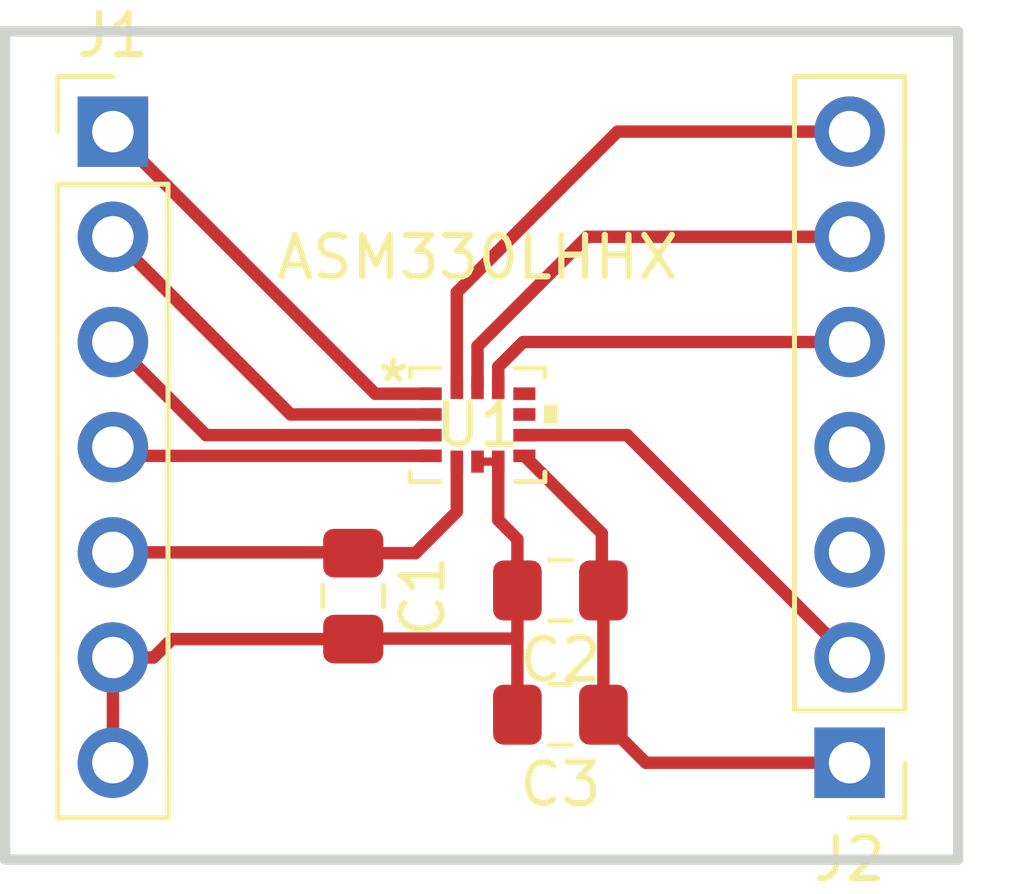
<source format=kicad_pcb>
(kicad_pcb (version 20211014) (generator pcbnew)
  (layers (0 "F.Cu" signal) (31 "B.Cu" signal) (36 "B.SilkS" user "B.Silkscreen") (37 "F.SilkS" user "F.Silkscreen") (38 "B.Mask" user) (39 "F.Mask" user) (44 "Edge.Cuts" user))
  (net 0 "")
  (net 1 "Net-(U1-Pad5)")
  (net 2 "GND")
  (net 3 "Net-(C3-Pad1)")
  (net 4 "Net-(U1-Pad1)")
  (net 5 "Net-(U1-Pad2)")
  (net 6 "Net-(U1-Pad3)")
  (net 7 "Net-(U1-Pad4)")
  (net 8 "Net-(U1-Pad9)")
  (net 11 "Net-(U1-Pad12)")
  (net 12 "Net-(U1-Pad13)")
  (net 13 "Net-(U1-Pad14)")
  (footprint "Capacitor_SMD:C_0805_2012Metric_Pad1.18x1.45mm_HandSolder" (layer "F.Cu") (at 112.4 69.5 180)
    (fp_text reference "C2" (at 0 -1.68) (layer "F.SilkS"))
    (fp_text value "100n")
    (fp_line (start -0.261252 0.735) (end 0.261252 0.735) (layer "F.SilkS") (width 0.12))
    (fp_line (start -0.261252 -0.735) (end 0.261252 -0.735) (layer "F.SilkS") (width 0.12))
    (pad "1" smd roundrect (at -1.0375 0 180) (size 1.175 1.45) (layers "F.Cu" "F.Paste" "F.Mask") (roundrect_rratio 0.2127659574) (net 3 "Net-(C3-Pad1)"))
    (pad "2" smd roundrect (at 1.0375 0 180) (size 1.175 1.45) (layers "F.Cu" "F.Paste" "F.Mask") (roundrect_rratio 0.2127659574) (net 2 "GND"))
  )
  (footprint "test_library:ASM330LHHX" (layer "F.Cu") (at 110.4 65.5)
    (fp_text reference "U1" (at 0 0) (layer "F.SilkS"))
    (fp_text value "ASM330LHHX" (at 0 -4.04) (layer "F.SilkS"))
    (fp_text user "*" (at -2.032 -1.000252) (layer "F.SilkS"))
    (fp_text user "*" (at -2.032 -1.000252) (layer "F.SilkS"))
    (fp_line (start -1.6256 1.14437) (end -1.6256 1.3716) (layer "F.SilkS") (width 0.12))
    (fp_line (start 0.905712 1.3716) (end 1.6256 1.3716) (layer "F.SilkS") (width 0.12))
    (fp_line (start -1.6256 1.3716) (end -0.905712 1.3716) (layer "F.SilkS") (width 0.12))
    (fp_line (start -1.6256 -1.3716) (end -1.6256 -1.14437) (layer "F.SilkS") (width 0.12))
    (fp_line (start 1.6256 1.3716) (end 1.6256 1.14437) (layer "F.SilkS") (width 0.12))
    (fp_line (start -0.905712 -1.3716) (end -1.6256 -1.3716) (layer "F.SilkS") (width 0.12))
    (fp_line (start 1.6256 -1.14437) (end 1.6256 -1.3716) (layer "F.SilkS") (width 0.12))
    (fp_line (start 1.6256 -1.3716) (end 0.905712 -1.3716) (layer "F.SilkS") (width 0.12))
    (fp_poly (pts (xy 1.905 -0.440563) (xy 1.905 -0.059563) (xy 1.651 -0.059563) (xy 1.651 -0.440563)) (layer "F.SilkS") (width 0.1) (fill solid))
    (pad "1" smd rect (at -1.1303 -0.750189 90) (size 0.3048 0.5334) (layers "F.Cu" "F.Paste" "F.Mask") (net 4 "Net-(U1-Pad1)"))
    (pad "2" smd rect (at -1.1303 -0.250063 90) (size 0.3048 0.5334) (layers "F.Cu" "F.Paste" "F.Mask") (net 5 "Net-(U1-Pad2)"))
    (pad "3" smd rect (at -1.1303 0.250063 90) (size 0.3048 0.5334) (layers "F.Cu" "F.Paste" "F.Mask") (net 6 "Net-(U1-Pad3)"))
    (pad "4" smd rect (at -1.1303 0.750189 90) (size 0.3048 0.5334) (layers "F.Cu" "F.Paste" "F.Mask") (net 7 "Net-(U1-Pad4)"))
    (pad "5" smd rect (at -0.500126 0.889) (size 0.3048 0.5334) (layers "F.Cu" "F.Paste" "F.Mask") (net 1 "Net-(U1-Pad5)"))
    (pad "6" smd rect (at 0 0.889) (size 0.3048 0.5334) (layers "F.Cu" "F.Paste" "F.Mask") (net 2 "GND"))
    (pad "7" smd rect (at 0.500126 0.889) (size 0.3048 0.5334) (layers "F.Cu" "F.Paste" "F.Mask") (net 2 "GND"))
    (pad "8" smd rect (at 1.1303 0.750189 90) (size 0.3048 0.5334) (layers "F.Cu" "F.Paste" "F.Mask") (net 3 "Net-(C3-Pad1)"))
    (pad "9" smd rect (at 1.1303 0.250063 90) (size 0.3048 0.5334) (layers "F.Cu" "F.Paste" "F.Mask") (net 8 "Net-(U1-Pad9)"))
    (pad "10" smd rect (at 1.1303 -0.250063 90) (size 0.3048 0.5334) (layers "F.Cu" "F.Paste" "F.Mask"))
    (pad "11" smd rect (at 1.1303 -0.750189 90) (size 0.3048 0.5334) (layers "F.Cu" "F.Paste" "F.Mask"))
    (pad "12" smd rect (at 0.500126 -0.889) (size 0.3048 0.5334) (layers "F.Cu" "F.Paste" "F.Mask") (net 11 "Net-(U1-Pad12)"))
    (pad "13" smd rect (at 0 -0.889) (size 0.3048 0.5334) (layers "F.Cu" "F.Paste" "F.Mask") (net 12 "Net-(U1-Pad13)"))
    (pad "14" smd rect (at -0.500126 -0.889) (size 0.3048 0.5334) (layers "F.Cu" "F.Paste" "F.Mask") (net 13 "Net-(U1-Pad14)"))
  )
  (footprint "Capacitor_SMD:C_0805_2012Metric_Pad1.18x1.45mm_HandSolder" (layer "F.Cu") (at 107.4 69.6375 -90)
    (fp_text reference "C1" (at 0 -1.68 90) (layer "F.SilkS"))
    (fp_text value "100n")
    (fp_line (start -0.261252 0.735) (end 0.261252 0.735) (layer "F.SilkS") (width 0.12))
    (fp_line (start -0.261252 -0.735) (end 0.261252 -0.735) (layer "F.SilkS") (width 0.12))
    (pad "1" smd roundrect (at -1.0375 0 270) (size 1.175 1.45) (layers "F.Cu" "F.Paste" "F.Mask") (roundrect_rratio 0.2127659574) (net 1 "Net-(U1-Pad5)"))
    (pad "2" smd roundrect (at 1.0375 0 270) (size 1.175 1.45) (layers "F.Cu" "F.Paste" "F.Mask") (roundrect_rratio 0.2127659574) (net 2 "GND"))
  )
  (footprint "Connector_PinHeader_2.54mm:PinHeader_1x07_P2.54mm_Vertical" (layer "F.Cu") (at 101.6 58.42)
    (fp_text reference "J1" (at 0 -2.33) (layer "F.SilkS"))
    (fp_text value "Conn_01x07")
    (fp_line (start -1.33 -1.33) (end 0 -1.33) (layer "F.SilkS") (width 0.12))
    (fp_line (start 1.33 1.27) (end 1.33 16.57) (layer "F.SilkS") (width 0.12))
    (fp_line (start -1.33 16.57) (end 1.33 16.57) (layer "F.SilkS") (width 0.12))
    (fp_line (start -1.33 0) (end -1.33 -1.33) (layer "F.SilkS") (width 0.12))
    (fp_line (start -1.33 1.27) (end -1.33 16.57) (layer "F.SilkS") (width 0.12))
    (fp_line (start -1.33 1.27) (end 1.33 1.27) (layer "F.SilkS") (width 0.12))
    (pad "1" thru_hole rect (at 0 0) (size 1.7 1.7) (drill 1) (layers *.Cu *.Mask) (net 4 "Net-(U1-Pad1)"))
    (pad "2" thru_hole oval (at 0 2.54) (size 1.7 1.7) (drill 1) (layers *.Cu *.Mask) (net 5 "Net-(U1-Pad2)"))
    (pad "3" thru_hole oval (at 0 5.08) (size 1.7 1.7) (drill 1) (layers *.Cu *.Mask) (net 6 "Net-(U1-Pad3)"))
    (pad "4" thru_hole oval (at 0 7.62) (size 1.7 1.7) (drill 1) (layers *.Cu *.Mask) (net 7 "Net-(U1-Pad4)"))
    (pad "5" thru_hole oval (at 0 10.16) (size 1.7 1.7) (drill 1) (layers *.Cu *.Mask) (net 1 "Net-(U1-Pad5)"))
    (pad "6" thru_hole oval (at 0 12.7) (size 1.7 1.7) (drill 1) (layers *.Cu *.Mask) (net 2 "GND"))
    (pad "7" thru_hole oval (at 0 15.24) (size 1.7 1.7) (drill 1) (layers *.Cu *.Mask) (net 2 "GND"))
  )
  (footprint "Capacitor_SMD:C_0805_2012Metric_Pad1.18x1.45mm_HandSolder" (layer "F.Cu") (at 112.4 72.5 180)
    (fp_text reference "C3" (at 0 -1.68) (layer "F.SilkS"))
    (fp_text value "10u")
    (fp_line (start -0.261252 0.735) (end 0.261252 0.735) (layer "F.SilkS") (width 0.12))
    (fp_line (start -0.261252 -0.735) (end 0.261252 -0.735) (layer "F.SilkS") (width 0.12))
    (pad "1" smd roundrect (at -1.0375 0 180) (size 1.175 1.45) (layers "F.Cu" "F.Paste" "F.Mask") (roundrect_rratio 0.2127659574) (net 3 "Net-(C3-Pad1)"))
    (pad "2" smd roundrect (at 1.0375 0 180) (size 1.175 1.45) (layers "F.Cu" "F.Paste" "F.Mask") (roundrect_rratio 0.2127659574) (net 2 "GND"))
  )
  (footprint "Connector_PinHeader_2.54mm:PinHeader_1x07_P2.54mm_Vertical" (layer "F.Cu") (at 119.38 73.66 180)
    (fp_text reference "J2" (at 0 -2.33) (layer "F.SilkS"))
    (fp_text value "Conn_01x07")
    (fp_line (start -1.33 1.27) (end -1.33 16.57) (layer "F.SilkS") (width 0.12))
    (fp_line (start -1.33 16.57) (end 1.33 16.57) (layer "F.SilkS") (width 0.12))
    (fp_line (start -1.33 0) (end -1.33 -1.33) (layer "F.SilkS") (width 0.12))
    (fp_line (start -1.33 -1.33) (end 0 -1.33) (layer "F.SilkS") (width 0.12))
    (fp_line (start -1.33 1.27) (end 1.33 1.27) (layer "F.SilkS") (width 0.12))
    (fp_line (start 1.33 1.27) (end 1.33 16.57) (layer "F.SilkS") (width 0.12))
    (pad "1" thru_hole rect (at 0 0 180) (size 1.7 1.7) (drill 1) (layers *.Cu *.Mask) (net 3 "Net-(C3-Pad1)"))
    (pad "2" thru_hole oval (at 0 2.54 180) (size 1.7 1.7) (drill 1) (layers *.Cu *.Mask) (net 8 "Net-(U1-Pad9)"))
    (pad "3" thru_hole oval (at 0 5.08 180) (size 1.7 1.7) (drill 1) (layers *.Cu *.Mask))
    (pad "4" thru_hole oval (at 0 7.62 180) (size 1.7 1.7) (drill 1) (layers *.Cu *.Mask))
    (pad "5" thru_hole oval (at 0 10.16 180) (size 1.7 1.7) (drill 1) (layers *.Cu *.Mask) (net 11 "Net-(U1-Pad12)"))
    (pad "6" thru_hole oval (at 0 12.7 180) (size 1.7 1.7) (drill 1) (layers *.Cu *.Mask) (net 12 "Net-(U1-Pad13)"))
    (pad "7" thru_hole oval (at 0 15.24 180) (size 1.7 1.7) (drill 1) (layers *.Cu *.Mask) (net 13 "Net-(U1-Pad14)"))
  )
  (gr_rect (start 99 76) (end 122 56) (layer "Edge.Cuts") (width 0.25) (fill none))
  (segment (start 107.4 68.6) (end 107.38 68.58) (width 0.2) (layer "F.Cu") (net 1))
  (segment (start 109.899874 66.389) (end 109.899874 67.600126) (width 0.3) (layer "F.Cu") (net 1))
  (segment (start 109.899874 67.600126) (end 108.9 68.6) (width 0.3) (layer "F.Cu") (net 1))
  (segment (start 108.9 68.6) (end 107.4 68.6) (width 0.3) (layer "F.Cu") (net 1))
  (segment (start 107.38 68.58) (end 101.6 68.58) (width 0.3) (layer "F.Cu") (net 1))
  (segment (start 101.6 71.12) (end 101.6 73.66) (width 0.3) (layer "F.Cu") (net 2))
  (segment (start 111.3625 69.5) (end 111.3625 68.2625) (width 0.3) (layer "F.Cu") (net 2))
  (segment (start 111.3625 70.6625) (end 111.3625 72.5) (width 0.3) (layer "F.Cu") (net 2))
  (segment (start 111.3625 68.2625) (end 110.9 67.8) (width 0.3) (layer "F.Cu") (net 2))
  (segment (start 107.4 70.675) (end 107.4125 70.6625) (width 0.3) (layer "F.Cu") (net 2))
  (segment (start 107.4125 70.6625) (end 111.3625 70.6625) (width 0.3) (layer "F.Cu") (net 2))
  (segment (start 111.3625 69.5) (end 111.3625 70.6625) (width 0.3) (layer "F.Cu") (net 2))
  (segment (start 102.58 71.12) (end 103.025 70.675) (width 0.3) (layer "F.Cu") (net 2))
  (segment (start 110.9 67.8) (end 110.900126 67.799874) (width 0.3) (layer "F.Cu") (net 2))
  (segment (start 110.900126 67.799874) (end 110.900126 66.389) (width 0.3) (layer "F.Cu") (net 2))
  (segment (start 107.4 70.675) (end 103.025 70.675) (width 0.3) (layer "F.Cu") (net 2))
  (segment (start 101.6 71.12) (end 102.58 71.12) (width 0.3) (layer "F.Cu") (net 2))
  (segment (start 110.4 66.389) (end 110.900126 66.389) (width 0.2) (layer "F.Cu") (net 2))
  (segment (start 111.5303 66.250189) (end 113.4 68.119889) (width 0.3) (layer "F.Cu") (net 3))
  (segment (start 113.4 69.4625) (end 113.4375 69.5) (width 0.2) (layer "F.Cu") (net 3))
  (segment (start 114.46 73.66) (end 119.38 73.66) (width 0.3) (layer "F.Cu") (net 3))
  (segment (start 113.4375 72.5) (end 113.4375 72.6375) (width 0.2) (layer "F.Cu") (net 3))
  (segment (start 113.4375 72.6375) (end 114.46 73.66) (width 0.3) (layer "F.Cu") (net 3))
  (segment (start 113.4 68.119889) (end 113.4 69.4625) (width 0.3) (layer "F.Cu") (net 3))
  (segment (start 113.4375 72.5) (end 113.4375 69.5) (width 0.3) (layer "F.Cu") (net 3))
  (segment (start 107.929811 64.749811) (end 101.6 58.42) (width 0.3) (layer "F.Cu") (net 4))
  (segment (start 109.2697 64.749811) (end 107.929811 64.749811) (width 0.3) (layer "F.Cu") (net 4))
  (segment (start 109.2697 65.249937) (end 105.889937 65.249937) (width 0.3) (layer "F.Cu") (net 5))
  (segment (start 105.889937 65.249937) (end 101.6 60.96) (width 0.3) (layer "F.Cu") (net 5))
  (segment (start 103.850063 65.750063) (end 101.6 63.5) (width 0.3) (layer "F.Cu") (net 6))
  (segment (start 109.2697 65.750063) (end 103.850063 65.750063) (width 0.3) (layer "F.Cu") (net 6))
  (segment (start 109.2697 66.250189) (end 101.810189 66.250189) (width 0.3) (layer "F.Cu") (net 7))
  (segment (start 101.810189 66.250189) (end 101.6 66.04) (width 0.2) (layer "F.Cu") (net 7))
  (segment (start 114.010063 65.750063) (end 119.38 71.12) (width 0.3) (layer "F.Cu") (net 8))
  (segment (start 111.5303 65.750063) (end 114.010063 65.750063) (width 0.3) (layer "F.Cu") (net 8))
  (segment (start 111.5 63.5) (end 119.38 63.5) (width 0.3) (layer "F.Cu") (net 11))
  (segment (start 110.900126 64.099874) (end 111.5 63.5) (width 0.3) (layer "F.Cu") (net 11))
  (segment (start 110.900126 64.611) (end 110.900126 64.099874) (width 0.3) (layer "F.Cu") (net 11))
  (segment (start 113.04 60.96) (end 119.38 60.96) (width 0.3) (layer "F.Cu") (net 12))
  (segment (start 110.4 63.6) (end 113.04 60.96) (width 0.3) (layer "F.Cu") (net 12))
  (segment (start 110.4 64.611) (end 110.4 63.6) (width 0.3) (layer "F.Cu") (net 12))
  (segment (start 109.899874 62.300126) (end 113.78 58.42) (width 0.3) (layer "F.Cu") (net 13))
  (segment (start 113.78 58.42) (end 119.38 58.42) (width 0.3) (layer "F.Cu") (net 13))
  (segment (start 109.899874 64.611) (end 109.899874 62.300126) (width 0.3) (layer "F.Cu") (net 13))
)
</source>
